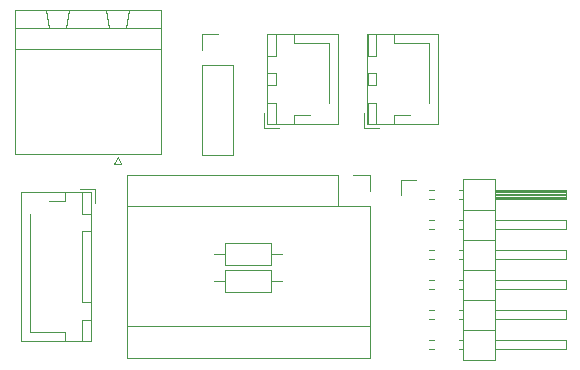
<source format=gbr>
%TF.GenerationSoftware,KiCad,Pcbnew,(5.1.6)-1*%
%TF.CreationDate,2022-03-03T12:09:35+01:00*%
%TF.ProjectId,pmod_shield,706d6f64-5f73-4686-9965-6c642e6b6963,rev?*%
%TF.SameCoordinates,Original*%
%TF.FileFunction,Legend,Top*%
%TF.FilePolarity,Positive*%
%FSLAX46Y46*%
G04 Gerber Fmt 4.6, Leading zero omitted, Abs format (unit mm)*
G04 Created by KiCad (PCBNEW (5.1.6)-1) date 2022-03-03 12:09:35*
%MOMM*%
%LPD*%
G01*
G04 APERTURE LIST*
%ADD10C,0.120000*%
G04 APERTURE END LIST*
D10*
%TO.C,A1*%
X157038500Y-105537000D02*
X136458500Y-105537000D01*
X154368500Y-95377000D02*
X136458500Y-95377000D01*
X157038500Y-94107000D02*
X157038500Y-92707000D01*
X157038500Y-92707000D02*
X155638500Y-92707000D01*
X157038500Y-95377000D02*
X154368500Y-95377000D01*
X154368500Y-95377000D02*
X154368500Y-92707000D01*
X154368500Y-92707000D02*
X136458500Y-92707000D01*
X136458500Y-92707000D02*
X136458500Y-108207000D01*
X136458500Y-108207000D02*
X157038500Y-108207000D01*
X157038500Y-108207000D02*
X157038500Y-95377000D01*
%TO.C,J5*%
X156848800Y-88412000D02*
X162818800Y-88412000D01*
X162818800Y-88412000D02*
X162818800Y-80792000D01*
X162818800Y-80792000D02*
X156848800Y-80792000D01*
X156848800Y-80792000D02*
X156848800Y-88412000D01*
X156858800Y-85102000D02*
X157608800Y-85102000D01*
X157608800Y-85102000D02*
X157608800Y-84102000D01*
X157608800Y-84102000D02*
X156858800Y-84102000D01*
X156858800Y-84102000D02*
X156858800Y-85102000D01*
X156858800Y-88402000D02*
X157608800Y-88402000D01*
X157608800Y-88402000D02*
X157608800Y-86602000D01*
X157608800Y-86602000D02*
X156858800Y-86602000D01*
X156858800Y-86602000D02*
X156858800Y-88402000D01*
X156858800Y-82602000D02*
X157608800Y-82602000D01*
X157608800Y-82602000D02*
X157608800Y-80802000D01*
X157608800Y-80802000D02*
X156858800Y-80802000D01*
X156858800Y-80802000D02*
X156858800Y-82602000D01*
X159108800Y-88402000D02*
X159108800Y-87652000D01*
X159108800Y-87652000D02*
X160448800Y-87652000D01*
X162058800Y-84602000D02*
X162058800Y-86592000D01*
X159108800Y-80802000D02*
X159108800Y-81552000D01*
X159108800Y-81552000D02*
X162058800Y-81552000D01*
X162058800Y-81552000D02*
X162058800Y-84602000D01*
X156558800Y-87452000D02*
X156558800Y-88702000D01*
X156558800Y-88702000D02*
X157808800Y-88702000D01*
%TO.C,J4*%
X148365200Y-88412000D02*
X154335200Y-88412000D01*
X154335200Y-88412000D02*
X154335200Y-80792000D01*
X154335200Y-80792000D02*
X148365200Y-80792000D01*
X148365200Y-80792000D02*
X148365200Y-88412000D01*
X148375200Y-85102000D02*
X149125200Y-85102000D01*
X149125200Y-85102000D02*
X149125200Y-84102000D01*
X149125200Y-84102000D02*
X148375200Y-84102000D01*
X148375200Y-84102000D02*
X148375200Y-85102000D01*
X148375200Y-88402000D02*
X149125200Y-88402000D01*
X149125200Y-88402000D02*
X149125200Y-86602000D01*
X149125200Y-86602000D02*
X148375200Y-86602000D01*
X148375200Y-86602000D02*
X148375200Y-88402000D01*
X148375200Y-82602000D02*
X149125200Y-82602000D01*
X149125200Y-82602000D02*
X149125200Y-80802000D01*
X149125200Y-80802000D02*
X148375200Y-80802000D01*
X148375200Y-80802000D02*
X148375200Y-82602000D01*
X150625200Y-88402000D02*
X150625200Y-87652000D01*
X150625200Y-87652000D02*
X151965200Y-87652000D01*
X153575200Y-84602000D02*
X153575200Y-86592000D01*
X150625200Y-80802000D02*
X150625200Y-81552000D01*
X150625200Y-81552000D02*
X153575200Y-81552000D01*
X153575200Y-81552000D02*
X153575200Y-84602000D01*
X148075200Y-87452000D02*
X148075200Y-88702000D01*
X148075200Y-88702000D02*
X149325200Y-88702000D01*
%TO.C,J6*%
X133473200Y-94163200D02*
X127503200Y-94163200D01*
X127503200Y-94163200D02*
X127503200Y-106783200D01*
X127503200Y-106783200D02*
X133473200Y-106783200D01*
X133473200Y-106783200D02*
X133473200Y-94163200D01*
X133463200Y-97473200D02*
X132713200Y-97473200D01*
X132713200Y-97473200D02*
X132713200Y-103473200D01*
X132713200Y-103473200D02*
X133463200Y-103473200D01*
X133463200Y-103473200D02*
X133463200Y-97473200D01*
X133463200Y-94173200D02*
X132713200Y-94173200D01*
X132713200Y-94173200D02*
X132713200Y-95973200D01*
X132713200Y-95973200D02*
X133463200Y-95973200D01*
X133463200Y-95973200D02*
X133463200Y-94173200D01*
X133463200Y-104973200D02*
X132713200Y-104973200D01*
X132713200Y-104973200D02*
X132713200Y-106773200D01*
X132713200Y-106773200D02*
X133463200Y-106773200D01*
X133463200Y-106773200D02*
X133463200Y-104973200D01*
X131213200Y-94173200D02*
X131213200Y-94923200D01*
X131213200Y-94923200D02*
X129873200Y-94923200D01*
X128263200Y-100473200D02*
X128263200Y-95983200D01*
X131213200Y-106773200D02*
X131213200Y-106023200D01*
X131213200Y-106023200D02*
X128263200Y-106023200D01*
X128263200Y-106023200D02*
X128263200Y-100473200D01*
X133763200Y-95123200D02*
X133763200Y-93873200D01*
X133763200Y-93873200D02*
X132513200Y-93873200D01*
%TO.C,J3*%
X139349500Y-90946500D02*
X139349500Y-78726500D01*
X139349500Y-78726500D02*
X126969500Y-78726500D01*
X126969500Y-78726500D02*
X126969500Y-90946500D01*
X126969500Y-90946500D02*
X139349500Y-90946500D01*
X139349500Y-80226500D02*
X139349500Y-82026500D01*
X139349500Y-82026500D02*
X126969500Y-82026500D01*
X126969500Y-82026500D02*
X126969500Y-80226500D01*
X126969500Y-80226500D02*
X139349500Y-80226500D01*
X136699500Y-78726500D02*
X134699500Y-78726500D01*
X134699500Y-78726500D02*
X134949500Y-80226500D01*
X134949500Y-80226500D02*
X136449500Y-80226500D01*
X136449500Y-80226500D02*
X136699500Y-78726500D01*
X131619500Y-78726500D02*
X129619500Y-78726500D01*
X129619500Y-78726500D02*
X129869500Y-80226500D01*
X129869500Y-80226500D02*
X131369500Y-80226500D01*
X131369500Y-80226500D02*
X131619500Y-78726500D01*
X135399500Y-91746500D02*
X135699500Y-91146500D01*
X135699500Y-91146500D02*
X135999500Y-91746500D01*
X135999500Y-91746500D02*
X135399500Y-91746500D01*
%TO.C,J2*%
X164965200Y-93056400D02*
X164965200Y-108416400D01*
X164965200Y-108416400D02*
X167625200Y-108416400D01*
X167625200Y-108416400D02*
X167625200Y-93056400D01*
X167625200Y-93056400D02*
X164965200Y-93056400D01*
X167625200Y-94006400D02*
X173625200Y-94006400D01*
X173625200Y-94006400D02*
X173625200Y-94766400D01*
X173625200Y-94766400D02*
X167625200Y-94766400D01*
X167625200Y-94066400D02*
X173625200Y-94066400D01*
X167625200Y-94186400D02*
X173625200Y-94186400D01*
X167625200Y-94306400D02*
X173625200Y-94306400D01*
X167625200Y-94426400D02*
X173625200Y-94426400D01*
X167625200Y-94546400D02*
X173625200Y-94546400D01*
X167625200Y-94666400D02*
X173625200Y-94666400D01*
X164568129Y-94006400D02*
X164965200Y-94006400D01*
X164568129Y-94766400D02*
X164965200Y-94766400D01*
X162095200Y-94006400D02*
X162482271Y-94006400D01*
X162095200Y-94766400D02*
X162482271Y-94766400D01*
X164965200Y-95656400D02*
X167625200Y-95656400D01*
X167625200Y-96546400D02*
X173625200Y-96546400D01*
X173625200Y-96546400D02*
X173625200Y-97306400D01*
X173625200Y-97306400D02*
X167625200Y-97306400D01*
X164568129Y-96546400D02*
X164965200Y-96546400D01*
X164568129Y-97306400D02*
X164965200Y-97306400D01*
X162028129Y-96546400D02*
X162482271Y-96546400D01*
X162028129Y-97306400D02*
X162482271Y-97306400D01*
X164965200Y-98196400D02*
X167625200Y-98196400D01*
X167625200Y-99086400D02*
X173625200Y-99086400D01*
X173625200Y-99086400D02*
X173625200Y-99846400D01*
X173625200Y-99846400D02*
X167625200Y-99846400D01*
X164568129Y-99086400D02*
X164965200Y-99086400D01*
X164568129Y-99846400D02*
X164965200Y-99846400D01*
X162028129Y-99086400D02*
X162482271Y-99086400D01*
X162028129Y-99846400D02*
X162482271Y-99846400D01*
X164965200Y-100736400D02*
X167625200Y-100736400D01*
X167625200Y-101626400D02*
X173625200Y-101626400D01*
X173625200Y-101626400D02*
X173625200Y-102386400D01*
X173625200Y-102386400D02*
X167625200Y-102386400D01*
X164568129Y-101626400D02*
X164965200Y-101626400D01*
X164568129Y-102386400D02*
X164965200Y-102386400D01*
X162028129Y-101626400D02*
X162482271Y-101626400D01*
X162028129Y-102386400D02*
X162482271Y-102386400D01*
X164965200Y-103276400D02*
X167625200Y-103276400D01*
X167625200Y-104166400D02*
X173625200Y-104166400D01*
X173625200Y-104166400D02*
X173625200Y-104926400D01*
X173625200Y-104926400D02*
X167625200Y-104926400D01*
X164568129Y-104166400D02*
X164965200Y-104166400D01*
X164568129Y-104926400D02*
X164965200Y-104926400D01*
X162028129Y-104166400D02*
X162482271Y-104166400D01*
X162028129Y-104926400D02*
X162482271Y-104926400D01*
X164965200Y-105816400D02*
X167625200Y-105816400D01*
X167625200Y-106706400D02*
X173625200Y-106706400D01*
X173625200Y-106706400D02*
X173625200Y-107466400D01*
X173625200Y-107466400D02*
X167625200Y-107466400D01*
X164568129Y-106706400D02*
X164965200Y-106706400D01*
X164568129Y-107466400D02*
X164965200Y-107466400D01*
X162028129Y-106706400D02*
X162482271Y-106706400D01*
X162028129Y-107466400D02*
X162482271Y-107466400D01*
X159715200Y-94386400D02*
X159715200Y-93116400D01*
X159715200Y-93116400D02*
X160985200Y-93116400D01*
%TO.C,R2*%
X143878500Y-101701600D02*
X144828500Y-101701600D01*
X149618500Y-101701600D02*
X148668500Y-101701600D01*
X144828500Y-102621600D02*
X148668500Y-102621600D01*
X144828500Y-100781600D02*
X144828500Y-102621600D01*
X148668500Y-100781600D02*
X144828500Y-100781600D01*
X148668500Y-102621600D02*
X148668500Y-100781600D01*
%TO.C,R1*%
X143878500Y-99415600D02*
X144828500Y-99415600D01*
X149618500Y-99415600D02*
X148668500Y-99415600D01*
X144828500Y-100335600D02*
X148668500Y-100335600D01*
X144828500Y-98495600D02*
X144828500Y-100335600D01*
X148668500Y-98495600D02*
X144828500Y-98495600D01*
X148668500Y-100335600D02*
X148668500Y-98495600D01*
%TO.C,J1*%
X142840400Y-91042800D02*
X145500400Y-91042800D01*
X142840400Y-83362800D02*
X142840400Y-91042800D01*
X145500400Y-83362800D02*
X145500400Y-91042800D01*
X142840400Y-83362800D02*
X145500400Y-83362800D01*
X142840400Y-82092800D02*
X142840400Y-80762800D01*
X142840400Y-80762800D02*
X144170400Y-80762800D01*
%TD*%
M02*

</source>
